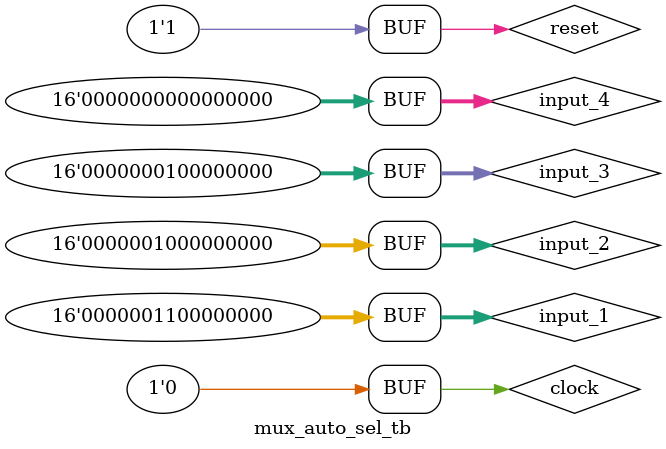
<source format=v>

`include "mux_4_1.v"
module mux_auto_sel_tb;

reg clock;

reg [15:0] input_1,input_2,input_3,input_4;
reg reset;
reg [1:0] select;
wire [15:0] out;

 mux_4_1 mux_0 (
    
   .input_1(input_1), 
   .input_2(input_2),
   .input_3(input_3),
   .input_4(input_4),
   .reset(reset),
   .clock(clock),
   .out(out)
);



initial begin
	repeat(5)
		#5 clock <= ~clock;
end


initial begin
reset <= 1;
clock <= 0;
#1
input_1 <= 16'h0300;
input_2 <= 16'h0200;
input_3 <= 16'h0100;
input_4 <= 16'h0000;
reset <= 0;
#10
input_1 <= 16'h0300;
input_2 <= 16'h0200;
input_3 <= 16'h0100;
input_4 <= 16'h0000;
reset <= 0;
#30
input_1 <= 16'h0300;
input_2 <= 16'h0200;
input_3 <= 16'h0100;
input_4 <= 16'h0000;
reset <= 1;
#10;

end

initial begin
	$dumpfile("wave_mux_2.vcd");
	$dumpvars(0, mux_auto_sel_tb);
end


endmodule

</source>
